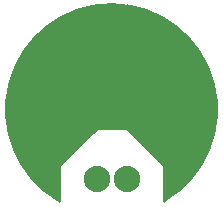
<source format=gbs>
%FSLAX25Y25*%
%MOIN*%
G70*
G01*
G75*
G04 Layer_Color=16711935*
%ADD10R,0.04724X0.02638*%
%ADD11R,0.01969X0.01969*%
%ADD12C,0.02362*%
%ADD13C,0.02500*%
%ADD14C,0.00787*%
%ADD15C,0.08000*%
%ADD16C,0.18000*%
%ADD17C,0.01969*%
%ADD18C,0.02953*%
%ADD19C,0.00800*%
%ADD20C,0.01200*%
%ADD21C,0.01000*%
%ADD22C,0.01500*%
%ADD23C,0.00394*%
%ADD24R,0.03937X0.01850*%
%ADD25C,0.08800*%
%ADD26C,0.18800*%
G36*
X31435Y34838D02*
X34836Y34333D01*
X38172Y33498D01*
X41410Y32339D01*
X44519Y30869D01*
X47468Y29101D01*
X50230Y27053D01*
X52779Y24743D01*
X55088Y22195D01*
X57136Y19433D01*
X58904Y16483D01*
X60375Y13375D01*
X61533Y10137D01*
X62369Y6801D01*
X62874Y3399D01*
X63042Y-35D01*
X62874Y-3470D01*
X62369Y-6872D01*
X61533Y-10208D01*
X60375Y-13445D01*
X58904Y-16554D01*
X57136Y-19504D01*
X55088Y-22266D01*
X52779Y-24814D01*
X50230Y-27123D01*
X47468Y-29172D01*
X45502Y-30350D01*
X45500Y-30346D01*
Y-18500D01*
X33000Y-6000D01*
X23000D01*
X10500Y-18500D01*
X10498Y-30350D01*
X8532Y-29172D01*
X5770Y-27123D01*
X3221Y-24814D01*
X912Y-22266D01*
X-1137Y-19504D01*
X-2905Y-16554D01*
X-4375Y-13445D01*
X-5533Y-10208D01*
X-6369Y-6872D01*
X-6874Y-3470D01*
X-7042Y-35D01*
X-6874Y3399D01*
X-6369Y6801D01*
X-5533Y10137D01*
X-4375Y13375D01*
X-2905Y16483D01*
X-1137Y19433D01*
X912Y22195D01*
X3221Y24743D01*
X5770Y27053D01*
X8532Y29101D01*
X11481Y30869D01*
X14590Y32339D01*
X17828Y33498D01*
X21164Y34333D01*
X24565Y34838D01*
X28000Y35007D01*
X31435Y34838D01*
D02*
G37*
D21*
X45500Y-30346D02*
G03*
X10500Y-30346I-17500J30311D01*
G01*
Y-18500D01*
X23000Y-6000D01*
X33000D01*
X45500Y-18500D01*
Y-30346D02*
Y-18500D01*
D25*
X33000Y-23000D02*
D03*
X23000D02*
D03*
D26*
X2000Y0D02*
D03*
X54000D02*
D03*
M02*

</source>
